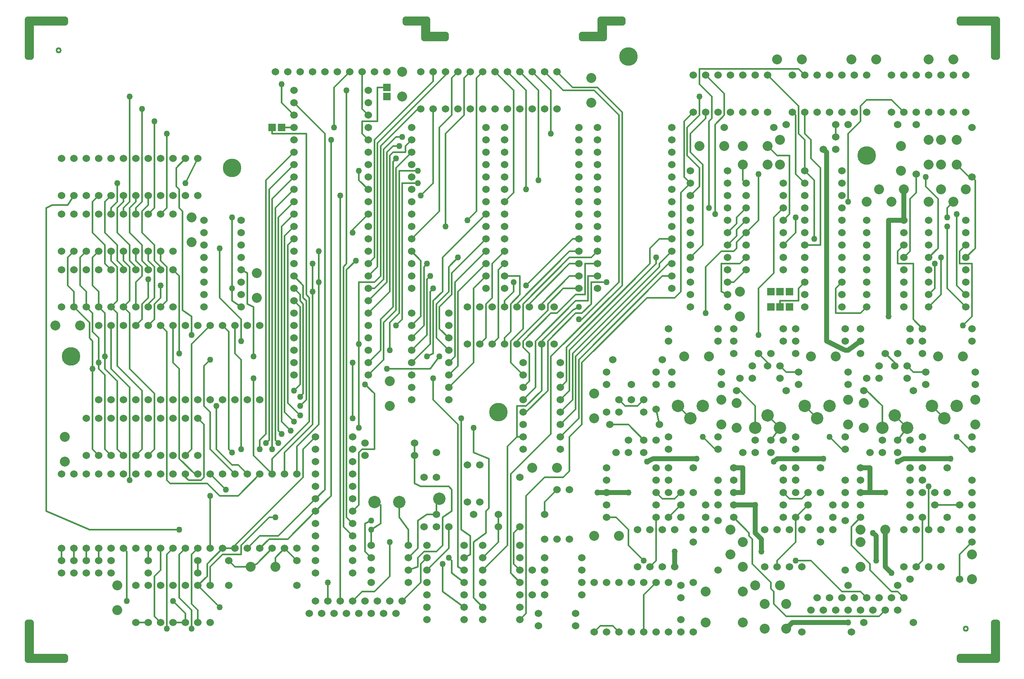
<source format=gbr>
G70*
%FSLAX55Y55*%
%ADD11C,0.01200*%
%ADD12C,0.04000*%
%ADD13C,0.05000*%
%ADD14C,0.15000*%
%ADD15C,0.08000*%
%ADD16C,0.10000*%
%ADD17C,0.06000*%
%ADD18R,0.06000X0.06000*%
%ADD19C,0.05500*%
%ADD20C,0.05000*%
%AMUSER21*
1, 1, 0.05000, 0.0, 0.0*
1, 0, 0.02000, 0.0, 0.0*%
%ADD21USER21*%
D11*
X700175Y924025D02*
X705175Y926525D01*
X717675Y939025*
X682675Y929025D02*
X687675Y924025D01*
X700175Y924025*
X727675Y939025D02*
X720175Y931525D01*
X720175Y924025*
X737675Y929025D02*
X727675Y939025D01*
X567675Y939025D02*
X567675Y929025D01*
X547675Y939025D02*
X547675Y929025D01*
X677675Y939025D02*
X687675Y939025D01*
X677675Y939025D02*
X665175Y926525D01*
X665175Y916525*
X657675Y909025*
X675175Y891525D02*
X657675Y909025D01*
X665175Y916525*
X665175Y926525*
X677675Y939025*
X687675Y939025*
X687675Y941525*
X742675Y996525*
X742675Y1019025*
X752675Y1029025*
X617675Y929025D02*
X617675Y939025D01*
X600175Y896525D02*
X600175Y936525D01*
X597675Y939025*
X657675Y999025D02*
X655175Y999025D01*
X642675Y1011525*
X642675Y1084025*
X637675Y1089025*
X637675Y1119025*
X697675Y939025D02*
X707675Y949025D01*
X722675Y949025*
X752675Y979025*
X735175Y1299025D02*
X760175Y1274025D01*
X760175Y986525*
X752675Y979025*
X587675Y1119025D02*
X587675Y1084025D01*
X602675Y1069025*
X602675Y994025*
X672675Y1054025D02*
X672675Y1019025D01*
X685175Y1006525*
X690175Y1006525*
X697675Y999025*
X717675Y999025D02*
X702675Y1014025D01*
X702675Y1076525*
X717675Y1279025D02*
X717675Y1274025D01*
X745175Y1274025*
X745175Y1144025*
X747675Y1141525*
X747675Y1041525*
X717675Y1011525*
X717675Y999025*
X755175Y1179025D02*
X755175Y1154025D01*
X617675Y1156525D02*
X617675Y1141525D01*
X612675Y1136525*
X612675Y1124025*
X607675Y1119025*
X737675Y999025D02*
X737675Y1021525D01*
X755175Y1039025*
X755175Y1179025*
X685175Y1016525D02*
X682675Y1019025D01*
X682675Y1114025*
X677675Y1119025*
X617675Y1134025D02*
X617675Y1136525D01*
X622675Y1141525*
X622675Y1166525*
X617675Y1171525*
X617675Y1179025*
X617675Y1014025D02*
X622675Y1019025D01*
X622675Y1064025*
X602675Y1084025*
X602675Y1129025*
X597675Y1134025*
X602675Y1139025*
X602675Y1166525*
X597675Y1171525*
X597675Y1179025*
X597675Y1014025D02*
X592675Y1019025D01*
X592675Y1074025*
X582675Y1084025*
X582675Y1129025*
X577675Y1134025*
X577675Y1179025D02*
X572675Y1174025D01*
X572675Y1151525*
X577675Y1146525*
X577675Y1134025*
X597675Y1014025D02*
X592675Y1019025D01*
X592675Y1074025*
X582675Y1084025*
X582675Y1094025*
X735175Y1066525D02*
X740175Y1071525D01*
X740175Y1134025*
X735175Y1139025*
X577675Y1014025D02*
X572675Y1019025D01*
X572675Y1084025*
X557675Y1134025D02*
X557675Y1146525D01*
X552675Y1151525*
X552675Y1174025*
X557675Y1179025*
X740175Y1054025D02*
X745175Y1059025D01*
X745175Y1139025*
X742675Y1141525*
X742675Y1151525*
X735175Y1159025*
X557675Y1134025D02*
X570175Y1121525D01*
X570175Y1109025*
X572675Y1106525*
X572675Y1019025*
X577675Y1014025*
X667675Y1091525D02*
X662675Y1086525D01*
X662675Y1054025*
X667675Y1049025*
X667675Y1019025*
X687675Y999025*
X627675Y1119025D02*
X632675Y1114025D01*
X632675Y994025*
X635175Y991525*
X665175Y991525*
X675175Y981525*
X690175Y981525*
X707675Y999025*
X617675Y1119025D02*
X622675Y1124025D01*
X622675Y1136525*
X627675Y1141525*
X627675Y1151525*
X750175Y1146525D02*
X750175Y1169025D01*
X750175Y1039025*
X727675Y1016525*
X727675Y999025*
X735175Y1189025D02*
X730175Y1184025D01*
X730175Y1056525*
X740175Y1046525*
X735175Y1209025D02*
X725175Y1199025D01*
X725175Y1041525*
X732675Y1034025*
X735175Y1229025D02*
X720175Y1214025D01*
X720175Y1026525*
X722675Y1024025*
X735175Y1249025D02*
X715175Y1229025D01*
X715175Y1026525*
X712675Y1024025*
X740175Y1061525D02*
X742675Y1064025D01*
X742675Y1136525*
X740175Y1139025*
X740175Y1144025*
X735175Y1149025*
X587675Y1014025D02*
X582675Y1019025D01*
X582675Y1079025*
X577675Y1084025*
X577675Y1109025*
X572675Y1114025*
X572675Y1129025*
X567675Y1134025*
X567675Y1146525*
X562675Y1151525*
X562675Y1174025*
X567675Y1179025*
X587675Y1014025D02*
X582675Y1019025D01*
X582675Y1079025*
X577675Y1084025*
X577675Y1089025*
X607675Y1014025D02*
X612675Y1019025D01*
X612675Y1066525*
X592675Y1086525*
X592675Y1129025*
X587675Y1134025*
X587675Y1179025D02*
X587675Y1171525D01*
X592675Y1166525*
X592675Y1139025*
X587675Y1134025*
X687675Y1119025D02*
X687675Y1096525D01*
X692675Y1091525*
X692675Y1019025*
X607675Y1134025D02*
X607675Y1154025D01*
X612675Y1159025*
X612675Y1166525*
X607675Y1171525*
X607675Y1179025*
X667675Y1119025D02*
X652675Y1104025D01*
X652675Y1019025*
X647675Y1014025*
X627675Y1179025D02*
X627675Y1171525D01*
X632675Y1166525*
X632675Y1139025*
X627675Y1134025*
X680175Y986525D02*
X667675Y999025D01*
X735175Y1259025D02*
X712675Y1236525D01*
X712675Y1031525*
X707675Y1026525*
X707675Y1019025*
X735175Y1239025D02*
X717675Y1221525D01*
X717675Y1019025*
X735175Y1219025D02*
X722675Y1206525D01*
X722675Y1034025*
X725175Y1031525*
X735175Y1041525D02*
X727675Y1049025D01*
X727675Y1191525*
X735175Y1199025*
X832675Y1014025D02*
X832675Y1024025D01*
X832675Y1014025D02*
X832675Y991525D01*
X837675Y989025*
X860175Y989025*
X862675Y986525*
X862675Y969025*
X855175Y964025*
X855175Y941525*
X850175Y936525*
X840175Y936525*
X835175Y931525*
X835175Y924025*
X827675Y921525*
X657675Y919025D02*
X657675Y929025D01*
X617675Y879025D02*
X607675Y879025D01*
X647675Y879025D02*
X637675Y879025D01*
X637675Y896525D02*
X647675Y886525D01*
X647675Y879025*
X557675Y939025D02*
X557675Y929025D01*
X577675Y939025D02*
X577675Y929025D01*
X647675Y999025D02*
X647675Y996525D01*
X650175Y994025*
X660175Y994025*
X662675Y996525*
X662675Y1039025*
X657675Y1044025*
X627675Y939025D02*
X627675Y921525D01*
X622675Y916525*
X622675Y884025*
X627675Y879025*
X637675Y939025D02*
X632675Y934025D01*
X632675Y874025*
X647675Y939025D02*
X642675Y934025D01*
X642675Y899025*
X652675Y889025*
X652675Y874025*
X707675Y939025D02*
X715175Y946525D01*
X730175Y946525*
X752675Y969025*
X765175Y1269025D02*
X765175Y981525D01*
X752675Y969025*
X657675Y939025D02*
X652675Y934025D01*
X652675Y894025*
X657675Y889025*
X657675Y879025*
X667675Y981525D02*
X667675Y939025D01*
X822675Y896525D02*
X837675Y911525D01*
X837675Y926525*
X842675Y931525*
X900175Y966525D02*
X900175Y956525D01*
X887675Y931525D02*
X900175Y944025D01*
X900175Y956525*
X887675Y921525D02*
X907675Y941525D01*
X907675Y1021525*
X915175Y1029025*
X915175Y1054025*
X922675Y1054025*
X935175Y1066525*
X935175Y1104025*
X935175Y1066525*
X922675Y1054025*
X915175Y1054025*
X915175Y1029025*
X920175Y1029025*
X1155175Y1189025D02*
X1155175Y1236525D01*
X1147675Y1244025*
X1100175Y1194025D02*
X1110175Y1204025D01*
X1110175Y1241525*
X1147675Y1244025D02*
X1147675Y1269025D01*
X1142675Y1274025*
X1142675Y1296525*
X1117675Y1321525*
X1155175Y1189025D02*
X1155175Y1236525D01*
X1147675Y1244025*
X692675Y1106525D02*
X692675Y1124025D01*
X675175Y1141525*
X675175Y1181525*
X935175Y1104025D02*
X935175Y1106525D01*
X960175Y1131525*
X965175Y1134025*
X1067675Y1129025D02*
X1067675Y1166525D01*
X1080175Y1179025*
X1090175Y1179025*
X1092675Y1181525*
X1092675Y1186525*
X1100175Y1194025*
X762675Y896525D02*
X762675Y911525D01*
X917675Y921525D02*
X912675Y926525D01*
X912675Y951525*
X917675Y956525*
X1055175Y1234025D02*
X1047675Y1226525D01*
X1047675Y1146525*
X1042675Y1141525*
X1020175Y1141525*
X967675Y1089025*
X967675Y1039025*
X957675Y1029025*
X957675Y1001525*
X952675Y996525*
X937675Y996525*
X922675Y981525*
X922675Y886525*
X917675Y881525*
X1057675Y1291525D02*
X1050175Y1284025D01*
X1050175Y1239025*
X1055175Y1234025*
X1137675Y1291525D02*
X1140175Y1289025D01*
X1140175Y1241525*
X1147675Y1234025*
X847675Y1294025D02*
X847675Y1234025D01*
X837675Y1224025*
X772675Y1224025D02*
X772675Y896525D01*
D12*
X1205175Y929025D02*
X1205175Y949025D01*
X1202675Y951525*
X1090175Y974025D02*
X1107675Y974025D01*
X1107675Y951525*
X1112675Y946525*
X1112675Y936525*
X1042675Y924025D02*
X1042675Y936525D01*
X1112675Y936525D02*
X1112675Y946525D01*
X1107675Y951525*
X1107675Y974025*
X1090175Y974025*
X1042675Y936525D02*
X1042675Y924025D01*
X1265175Y1011525D02*
X1227675Y1011525D01*
X1222675Y1009025*
X1090175Y974025D02*
X1107675Y974025D01*
X1122675Y1009025D02*
X1125175Y1011525D01*
X1162675Y1011525*
X1020175Y1009025D02*
X1025175Y1011525D01*
X1060175Y1011525*
X1182675Y879025D02*
X1137675Y879025D01*
X1132675Y874025*
X1192675Y984025D02*
X1200175Y984025D01*
X1200175Y1004025*
X1192675Y1004025*
X1212675Y954025D02*
X1212675Y924025D01*
X1217675Y919025*
X1090175Y1004025D02*
X1097675Y1004025D01*
X1097675Y984025*
X1090175Y984025*
X1005175Y984025D02*
X987675Y984025D01*
X980175Y984025D02*
X987675Y984025D01*
X1192675Y1106525D02*
X1182675Y1099025D01*
X1180175Y1099025*
X1165175Y1106525*
X1165175Y1259025*
X1162675Y1261525*
X1212675Y984025D02*
X1192675Y984025D01*
X1227675Y1229025D02*
X1227675Y1204025D01*
X1215175Y1126525D02*
X1215175Y1204025D01*
X1227675Y1204025*
D11*
X1172675Y1281525D02*
X1172675Y1271525D01*
X637675Y1164025D02*
X642675Y1159025D01*
X642675Y1096525*
X792675Y1071525D02*
X800175Y1064025D01*
X800175Y1019025*
X790175Y1019025*
X787675Y1016525*
X787675Y974025*
X782675Y969025*
X782675Y959025D02*
X777675Y964025D01*
X777675Y1164025*
X785175Y1171525*
X782675Y949025D02*
X775175Y956525D01*
X775175Y1166525*
X777675Y1169025*
X777675Y1309025*
X997675Y871525D02*
X992675Y876525D01*
X982675Y876525*
X977675Y871525*
X937675Y966525D02*
X937675Y976525D01*
X947675Y986525*
X820175Y976525D02*
X820175Y964025D01*
X827675Y954025*
X827675Y941525*
X797675Y931525D02*
X792675Y936525D01*
X792675Y959025*
X797675Y961525*
X797675Y954025D02*
X797675Y941525D01*
X800175Y976525D02*
X805175Y974025D01*
X805175Y959025*
X797675Y954025*
X787675Y1244025D02*
X787675Y1236525D01*
X795175Y1229025*
X782675Y1194025D02*
X782675Y1196525D01*
X795175Y1209025*
X577675Y1224025D02*
X572675Y1219025D01*
X572675Y1194025*
X582675Y1184025*
X582675Y1169025*
X587675Y1164025*
X587675Y1224025D02*
X582675Y1219025D01*
X582675Y1194025*
X592675Y1184025*
X592675Y1171525*
X597675Y1166525*
X597675Y1164025*
X597675Y1224025D02*
X597675Y1219025D01*
X592675Y1214025*
X592675Y1194025*
X602675Y1184025*
X602675Y1171525*
X607675Y1166525*
X607675Y1164025*
X617675Y1164025D02*
X617675Y1166525D01*
X612675Y1171525*
X612675Y1184025*
X602675Y1194025*
X602675Y1214025*
X607675Y1219025*
X607675Y1224025*
X627675Y1164025D02*
X627675Y1166525D01*
X622675Y1171525*
X622675Y1184025*
X612675Y1194025*
X612675Y1211525*
X617675Y1216525*
X617675Y1224025*
X657675Y1254025D02*
X647675Y1234025D01*
X592675Y1234025D02*
X592675Y1219025D01*
X587675Y1214025*
X587675Y1209025*
X597675Y1209025D02*
X597675Y1214025D01*
X602675Y1219025*
X602675Y1304025*
X607675Y1209025D02*
X607675Y1214025D01*
X612675Y1219025*
X612675Y1294025*
X622675Y1284025D02*
X622675Y1214025D01*
X617675Y1209025*
X632675Y1274025D02*
X632675Y1214025D01*
X627675Y1209025*
X647675Y1254025D02*
X640175Y1246525D01*
X640175Y1231525*
X642675Y1229025*
X642675Y1214025*
X645175Y1211525*
X645175Y1131525*
X652675Y1126525*
X652675Y1111525*
X810175Y1084025D02*
X845175Y1084025D01*
X852675Y1094025*
X847675Y1324025D02*
X847675Y1316525D01*
X800175Y1269025*
X800175Y1174025*
X795175Y1169025*
X857675Y1324025D02*
X857675Y1321525D01*
X802675Y1266525*
X802675Y1166525*
X795175Y1159025*
X830175Y1189025D02*
X852675Y1211525D01*
X852675Y1279025*
X862675Y1289025*
X862675Y1319025*
X867675Y1324025*
X877675Y1324025D02*
X872675Y1319025D01*
X872675Y1289025*
X857675Y1274025*
X857675Y1199025*
X875175Y1204025D02*
X882675Y1211525D01*
X882675Y1319025*
X887675Y1324025*
X897675Y1324025D02*
X912675Y1309025D01*
X912675Y1226525*
X905175Y1219025*
X1245175Y1239025D02*
X1245175Y1231525D01*
X1255175Y1221525*
X1255175Y1181525*
X1247675Y1174025*
X922675Y1229025D02*
X922675Y1309025D01*
X907675Y1324025*
X1277675Y1144025D02*
X1270175Y1151525D01*
X1270175Y1209025*
X932675Y1236525D02*
X932675Y1309025D01*
X917675Y1324025*
X1262675Y1199025D02*
X1262675Y1149025D01*
X1277675Y1134025*
X927675Y1324025D02*
X942675Y1309025D01*
X942675Y1274025*
X795175Y1139025D02*
X810175Y1154025D01*
X810175Y1259025*
X815175Y1264025*
X820175Y1264025*
X795175Y1129025D02*
X812675Y1146525D01*
X812675Y1256525*
X815175Y1259025*
X825175Y1259025*
X825175Y1264025*
X830175Y1269025*
X817675Y1119025D02*
X822675Y1124025D01*
X822675Y1234025*
X835175Y1234025*
X842675Y1094025D02*
X847675Y1096525D01*
X847675Y1139025*
X855175Y1146525*
X855175Y1174025*
X890175Y1209025*
X835175Y1244025D02*
X820175Y1244025D01*
X820175Y1129025*
X812675Y1121525*
X812675Y1099025*
X795175Y1089025D02*
X805175Y1099025D01*
X805175Y1124025*
X815175Y1134025*
X815175Y1251525*
X817675Y1254025*
X830175Y1259025D02*
X817675Y1246525D01*
X817675Y1131525*
X807675Y1121525*
X807675Y1091525*
X795175Y1079025*
X822675Y1271525D02*
X817675Y1271525D01*
X807675Y1261525*
X807675Y1156525*
X800175Y1149025*
X795175Y1149025*
X725175Y1279025D02*
X735175Y1279025D01*
X810175Y1311525D02*
X802675Y1311525D01*
X802675Y1284025*
X790175Y1284025*
X790175Y1274025*
X795175Y1269025*
X790175Y1324025D02*
X790175Y1294025D01*
X795175Y1289025*
X780175Y1324025D02*
X767675Y1311525D01*
X767675Y1279025*
X735175Y1289025D02*
X725175Y1299025D01*
X725175Y1314025*
X830175Y1119025D02*
X837675Y1126525D01*
X837675Y1171525*
X830175Y1179025*
X830175Y1109025D02*
X840175Y1119025D01*
X840175Y1166525*
X842675Y1169025*
X845175Y1159025D02*
X842675Y1156525D01*
X842675Y1111525*
X830175Y1099025*
X847675Y1149025D02*
X845175Y1146525D01*
X845175Y1104025*
X830175Y1089025*
X890175Y1159025D02*
X880175Y1149025D01*
X880175Y1089025*
X860175Y1069025*
X890175Y1169025D02*
X867675Y1146525D01*
X867675Y1086525*
X860175Y1079025*
X890175Y1179025D02*
X865175Y1154025D01*
X865175Y1094025*
X860175Y1089025*
X890175Y1189025D02*
X862675Y1161525D01*
X862675Y1144025*
X852675Y1134025*
X852675Y1116525*
X860175Y1109025*
X885175Y1104025D02*
X890175Y1109025D01*
X890175Y1136525*
X895175Y1141525*
X895175Y1169025*
X905175Y1179025*
X905175Y1169025D02*
X900175Y1164025D01*
X900175Y1109025*
X895175Y1104025*
X905175Y1104025D02*
X905175Y1109025D01*
X910175Y1114025*
X910175Y1136525*
X917675Y1144025*
X917675Y1159025*
X905175Y1159025*
X915175Y1104025D02*
X915175Y1106525D01*
X940175Y1131525*
X940175Y1136525*
X952675Y1149025*
X965175Y1149025*
X935175Y1134025D02*
X935175Y1136525D01*
X957675Y1159025*
X965175Y1159025*
X965175Y1169025D02*
X957675Y1169025D01*
X925175Y1136525*
X925175Y1134025*
X965175Y1179025D02*
X957675Y1179025D01*
X915175Y1136525*
X915175Y1134025*
X965175Y1189025D02*
X960175Y1189025D01*
X922675Y1151525*
X920175Y1079025D02*
X910175Y1089025D01*
X910175Y1106525*
X920175Y1116525*
X920175Y1136525*
X957675Y1174025*
X975175Y1174025*
X980175Y1179025*
X920175Y1069025D02*
X925175Y1074025D01*
X925175Y1096525*
X920175Y1101525*
X920175Y1106525*
X942675Y1129025*
X947675Y1129025*
X962675Y1144025*
X970175Y1144025*
X970175Y1169025*
X980175Y1169025*
X920175Y1059025D02*
X930175Y1069025D01*
X930175Y1106525*
X962675Y1139025*
X972675Y1139025*
X972675Y1159025*
X980175Y1159025*
X920175Y1049025D02*
X922675Y1049025D01*
X940175Y1066525*
X940175Y1106525*
X962675Y1129025*
X967675Y1129025*
X975175Y1136525*
X975175Y1154025*
X987675Y1154025*
X1040175Y1159025D02*
X1032675Y1159025D01*
X965175Y1091525*
X965175Y1044025*
X950175Y1029025*
X1040175Y1169025D02*
X1037675Y1169025D01*
X962675Y1094025*
X962675Y1051525*
X950175Y1039025*
X950175Y1049025D02*
X960175Y1059025D01*
X960175Y1096525*
X1030175Y1166525*
X1030175Y1169025*
X1040175Y1179025*
X1040175Y1189025D02*
X1030175Y1189025D01*
X1022675Y1181525*
X1022675Y1169025*
X955175Y1101525*
X955175Y1074025*
X950175Y1069025*
X1085175Y1144025D02*
X1080175Y1146525D01*
X1080175Y1169025*
X1095175Y1169025*
X1100175Y1174025*
X1100175Y1164025D02*
X1090175Y1154025D01*
X1085175Y1154025*
X1100175Y1204025D02*
X1092675Y1196525D01*
X1092675Y1191525*
X1085175Y1184025*
X1085175Y1194025D02*
X1092675Y1201525D01*
X1092675Y1206525*
X1100175Y1214025*
X1140175Y1206525D02*
X1140175Y1194025D01*
X1130175Y1184025*
X1257675Y1174025D02*
X1257675Y1144025D01*
X1247675Y1134025*
X1252675Y1169025D02*
X1252675Y1149025D01*
X1247675Y1144025*
X1177675Y1154025D02*
X1172675Y1149025D01*
X1172675Y1129025*
X1192675Y1129025*
X1197675Y1134025*
X1147675Y1184025D02*
X1160175Y1184025D01*
X1160175Y1246525*
X1152675Y1254025*
X1152675Y1269025*
X1147675Y1274025*
X1147675Y1291525*
X912675Y1154025D02*
X912675Y1146525D01*
X905175Y1139025*
X905175Y1134025*
X1127675Y1134025D02*
X1127675Y1139025D01*
X1142675Y1139025*
X1142675Y1149025*
X1147675Y1154025*
X1075175Y1209025D02*
X1075175Y1281525D01*
X1082675Y1289025*
X1082675Y1306525*
X1067675Y1321525*
X1227675Y1291525D02*
X1217675Y1301525D01*
X1197675Y1301525*
X1192675Y1296525*
X1192675Y1284025*
X1182675Y1274025*
X1182675Y1219025*
X860175Y1099025D02*
X850175Y1109025D01*
X850175Y1136525*
X860175Y1146525*
X860175Y1166525*
X867675Y1174025*
X1055175Y1174025D02*
X1065175Y1184025D01*
X1065175Y1249025*
X1055175Y1259025*
X1055175Y1274025*
X1067675Y1286525*
X1067675Y1291525*
X950175Y1059025D02*
X957675Y1066525D01*
X957675Y1099025*
X1027675Y1169025*
X1027675Y1174025*
X1147675Y1321525D02*
X1142675Y1326525D01*
X1062675Y1326525*
X1062675Y1314025*
X1072675Y1304025*
X1072675Y1286525*
X1070175Y1284025*
X1070175Y1214025*
X1062675Y1304025D02*
X1062675Y1289025D01*
X1052675Y1279025*
X1052675Y1256525*
X1062675Y1246525*
X1062675Y1231525*
X1055175Y1224025*
X1130175Y1204025D02*
X1135175Y1209025D01*
X1135175Y1256525*
X1125175Y1256525*
X1117675Y1264025*
X1110175Y1111525D02*
X1110175Y1149025D01*
X1122675Y1161525*
X1122675Y1206525*
X1130175Y1214025*
X997675Y1059025D02*
X1002675Y1054025D01*
X1012675Y1054025*
X1017675Y1059025*
X1030175Y1039025D02*
X1027675Y1051525D01*
X1017675Y1026525D02*
X1005175Y1039025D01*
X990175Y1039025*
X1077675Y1019025D02*
X1075175Y1019025D01*
X1065175Y1029025*
X1055175Y1044025D02*
X1045175Y1054025D01*
X1027675Y984025D02*
X1032675Y979025D01*
X1042675Y979025*
X1047675Y984025*
X1037675Y964025D02*
X1047675Y974025D01*
X1022675Y924025D02*
X1027675Y929025D01*
X1027675Y964025*
X987675Y964025D02*
X995175Y964025D01*
X1005175Y954025*
X1005175Y941525*
X1017675Y929025*
X1140175Y929025D02*
X1152675Y929025D01*
X1177675Y904025*
X1192675Y904025*
X1197675Y899025*
X1157675Y1044025D02*
X1147675Y1054025D01*
X1142675Y1081525D02*
X1132675Y1081525D01*
X1127675Y1086525*
X1140175Y964025D02*
X1150175Y974025D01*
X1125175Y924025D02*
X1125175Y929025D01*
X1140175Y944025*
X1140175Y964025*
X1212675Y889025D02*
X1207675Y884025D01*
X1132675Y884025*
X1122675Y894025*
X1122675Y904025*
X1120175Y906525*
X1120175Y911525*
X1105175Y926525*
X1105175Y946525*
X1102675Y949025*
X1102675Y951525*
X1090175Y964025*
X1150175Y984025D02*
X1145175Y979025D01*
X1135175Y979025*
X1130175Y984025*
X1180175Y1019025D02*
X1177675Y1019025D01*
X1167675Y1029025*
X1120175Y1026525D02*
X1127675Y1036525D01*
X1117675Y1046525*
X1117675Y1086525D02*
X1117675Y1089025D01*
X1110175Y1096525*
X1275175Y1119025D02*
X1282675Y1126525D01*
X1282675Y1169025*
X1272675Y1169025*
X1272675Y1179025*
X1277675Y1184025*
X1282675Y1239025D02*
X1280175Y1239025D01*
X1270175Y1249025*
X1277675Y1174025D02*
X1285175Y1181525D01*
X1285175Y1236525*
X1282675Y1239025*
X1237675Y1241525D02*
X1237675Y1226525D01*
X1232675Y1221525*
X1232675Y1179025*
X1227675Y1174025*
X1227675Y1184025D02*
X1222675Y1179025D01*
X1222675Y1169025*
X1235175Y1169025*
X1235175Y1124025*
X1242675Y1116525*
X1247675Y989025D02*
X1247675Y954025D01*
X1220175Y1086525D02*
X1220175Y1089025D01*
X1212675Y1096525*
X1245175Y1081525D02*
X1235175Y1081525D01*
X1230175Y1086525*
X1230175Y1036525D02*
X1222675Y1026525D01*
X1220175Y1046525D02*
X1230175Y1036525D01*
X1272675Y974025D02*
X1252675Y974025D01*
X1242675Y964025D02*
X1242675Y929025D01*
X1237675Y924025*
X1227675Y899025D02*
X1222675Y904025D01*
X1217675Y904025*
X1200175Y921525*
X1200175Y926525*
X1185175Y941525*
X1185175Y956525*
X1192675Y964025*
X1107675Y1036525D02*
X1107675Y1054025D01*
X1095175Y1066525*
X1092675Y1066525*
X1210175Y1036525D02*
X1210175Y1054025D01*
X1197675Y1066525*
X1195175Y1066525*
X1260175Y1044025D02*
X1250175Y1054025D01*
X1282675Y1019025D02*
X1280175Y1019025D01*
X1270175Y1029025*
X842675Y921525D02*
X860175Y939025D01*
X860175Y956525*
X1097675Y1249025D02*
X1097675Y1236525D01*
X1100175Y1234025*
X1267675Y1219025D02*
X1262675Y1214025D01*
X1262675Y1206525*
X685175Y1206525D02*
X685175Y1149025D01*
X787675Y1104025D02*
X787675Y1154025D01*
X800175Y1154025*
X805175Y1159025*
X805175Y1264025*
X835175Y1294025*
X837675Y1294025*
X835175Y1294025*
X805175Y1264025*
X805175Y1159025*
X800175Y1154025*
X787675Y1154025*
X787675Y1036525*
X880175Y1036525D02*
X880175Y1016525D01*
X892675Y1011525*
X892675Y971525*
X890175Y969025*
X890175Y951525*
X880175Y944025*
X880175Y899025*
X887675Y891525*
X692675Y1134025D02*
X685175Y1139025D01*
X685175Y1206525*
X720175Y964025D02*
X715175Y964025D01*
X692675Y941525*
X692675Y934025*
X677675Y934025*
X667675Y924025*
X667675Y909025*
X1272675Y914025D02*
X1272675Y934025D01*
X1282675Y944025*
X1017675Y871525D02*
X1017675Y901525D01*
X1027675Y911525*
X855175Y926525D02*
X855175Y904025D01*
X872675Y891525*
X947675Y1324025D02*
X960175Y1311525D01*
X980175Y1311525*
X1000175Y1291525*
X1000175Y1151525*
X942675Y1094025*
X942675Y1031525*
X910175Y999025*
X910175Y919025*
X917675Y911525*
X937675Y1324025D02*
X952675Y1309025D01*
X977675Y1309025*
X997675Y1289025*
X997675Y1154025*
X967675Y1124025*
X965175Y1124025*
X812675Y944025D02*
X812675Y916525D01*
X800175Y904025*
X790175Y904025*
X782675Y896525*
X872675Y931525D02*
X877675Y934025D01*
X877675Y949025*
X870175Y954025*
X870175Y1044025*
X782675Y1044025D02*
X782675Y1089025D01*
X702675Y1094025D02*
X702675Y1134025D01*
X697675Y1136525*
X697675Y1161525*
X692675Y1164025*
X847675Y1076525D02*
X847675Y1059025D01*
X867675Y1039025*
X867675Y924025*
X872675Y921525*
X557675Y1224025D02*
X552675Y1216525D01*
X540175Y1216525*
X535175Y1214025*
X535175Y969025*
X570175Y954025*
X642675Y954025*
X860175Y931525D02*
X862675Y929025D01*
X862675Y919025*
X872675Y911525*
X850175Y966525D02*
X850175Y974025D01*
X852675Y979025*
X850175Y966525D02*
X842675Y966525D01*
X835175Y961525*
X835175Y939025*
X827675Y931525*
D13*
G36*
X522675Y1336525D02*
X522675Y1364025D01*
X550175Y1364025*
X550175Y1366525*
X520175Y1366525*
X520175Y1336525*
X522675Y1336525*
G37*
X522675Y1364025*
X550175Y1364025*
X550175Y1366525*
X520175Y1366525*
X520175Y1336525*
X522675Y1336525*
G36*
X825175Y1366525D02*
X825175Y1364025D01*
X840175Y1364025*
X840175Y1351525*
X857675Y1351525*
X857675Y1354025*
X842675Y1354025*
X842675Y1366525*
X825175Y1366525*
G37*
X825175Y1364025*
X840175Y1364025*
X840175Y1351525*
X857675Y1351525*
X857675Y1354025*
X842675Y1354025*
X842675Y1366525*
X825175Y1366525*
G36*
X967675Y1351525D02*
X985175Y1351525D01*
X985175Y1364025*
X1000175Y1364025*
X1000175Y1366525*
X982675Y1366525*
X982675Y1354025*
X967675Y1354025*
X967675Y1351525*
G37*
X985175Y1351525*
X985175Y1364025*
X1000175Y1364025*
X1000175Y1366525*
X982675Y1366525*
X982675Y1354025*
X967675Y1354025*
X967675Y1351525*
G36*
X1272675Y1366525D02*
X1272675Y1364025D01*
X1300175Y1364025*
X1300175Y1336525*
X1302675Y1336525*
X1302675Y1366525*
X1272675Y1366525*
G37*
X1272675Y1364025*
X1300175Y1364025*
X1300175Y1336525*
X1302675Y1336525*
X1302675Y1366525*
X1272675Y1366525*
G36*
X1302675Y879025D02*
X1300175Y879025D01*
X1300175Y851525*
X1272675Y851525*
X1272675Y849025*
X1302675Y849025*
X1302675Y879025*
G37*
X1300175Y879025*
X1300175Y851525*
X1272675Y851525*
X1272675Y849025*
X1302675Y849025*
X1302675Y879025*
G36*
X550175Y851525D02*
X550175Y849025D01*
X520175Y849025*
X520175Y879025*
X522675Y879025*
X522675Y851525*
X550175Y851525*
G37*
X550175Y849025*
X520175Y849025*
X520175Y879025*
X522675Y879025*
X522675Y851525*
X550175Y851525*
D14*
X685175Y1246525D03*
X1005175Y1336525D03*
X1197675Y1256525D03*
X555175Y1094025D03*
X900175Y1049025D03*
D15*
X1127675Y909025D03*
X1107675Y909025D03*
X1212675Y954025D03*
X1192675Y954025D03*
X1195175Y1036525D03*
X1195175Y1056525D03*
X1097675Y944025D03*
X1097675Y924025D03*
X1092675Y1036525D03*
X1092675Y1056525D03*
X997675Y949025D03*
X977675Y949025D03*
X977675Y1044025D03*
X977675Y1064025D03*
X1132675Y894025D03*
X1132675Y874025D03*
X1282675Y934025D03*
X1282675Y914025D03*
X1285175Y1039025D03*
X1285175Y1059025D03*
X1192675Y944025D03*
X1192675Y924025D03*
X1182675Y1039025D03*
X1182675Y1059025D03*
X1087675Y954025D03*
X1087675Y934025D03*
X1080175Y1039025D03*
X1080175Y1059025D03*
X1115175Y874025D03*
X1115175Y894025D03*
X592675Y909025D03*
X592675Y889025D03*
X550175Y1029025D03*
X550175Y1009025D03*
X562675Y1119025D03*
X542675Y1119025D03*
X705175Y1161525D03*
X705175Y1141525D03*
X652675Y1206525D03*
X652675Y1186525D03*
X822675Y1324025D03*
X822675Y1304025D03*
X975175Y1299025D03*
X975175Y1319025D03*
X1125175Y1334025D03*
X1145175Y1334025D03*
X1185175Y1334025D03*
X1205175Y1334025D03*
X1247675Y1334025D03*
X1267675Y1334025D03*
X812675Y1074025D03*
X812675Y1054025D03*
X947675Y1004025D03*
X927675Y1004025D03*
D16*
X820175Y976525D03*
X800175Y976525D03*
D17*
X737675Y929025D03*
X737675Y909025D03*
X682675Y929025D03*
X682675Y909025D03*
X900175Y966525D03*
X880175Y966525D03*
D15*
X1097675Y879025D03*
X1067675Y879025D03*
X1097675Y904025D03*
X1067675Y904025D03*
D17*
X927675Y901525D03*
X927675Y921525D03*
X937675Y946525D03*
X937675Y966525D03*
D15*
X1082675Y1264025D03*
X1062675Y1264025D03*
X1117675Y1264025D03*
X1097675Y1264025D03*
X1127675Y1269025D03*
X1127675Y1249025D03*
X1050175Y1094025D03*
X1070175Y1094025D03*
D17*
X1027675Y1051525D03*
X1027675Y1071525D03*
X1007675Y1071525D03*
X987675Y1071525D03*
X1037675Y1004025D03*
X1057675Y1004025D03*
X1037675Y984025D03*
X1037675Y964025D03*
X1067675Y964025D03*
X1047675Y964025D03*
D15*
X1270175Y1249025D03*
X1270175Y1269025D03*
X1257675Y1249025D03*
X1257675Y1269025D03*
X1277675Y1229025D03*
X1257675Y1229025D03*
X1152675Y1094025D03*
X1172675Y1094025D03*
D17*
X1120175Y1096525D03*
X1140175Y1096525D03*
X1110175Y1096525D03*
X1090175Y1096525D03*
X1140175Y1004025D03*
X1160175Y1004025D03*
X1140175Y984025D03*
X1140175Y964025D03*
X1170175Y964025D03*
X1150175Y964025D03*
D15*
X1225175Y1244025D03*
X1225175Y1264025D03*
X1247675Y1249025D03*
X1247675Y1269025D03*
X1227675Y1229025D03*
X1207675Y1229025D03*
D17*
X1222675Y1096525D03*
X1242675Y1096525D03*
X1212675Y1096525D03*
X1192675Y1096525D03*
X1242675Y1004025D03*
X1262675Y1004025D03*
X1242675Y984025D03*
X1242675Y964025D03*
X1282675Y964025D03*
X1262675Y964025D03*
X1182675Y909025D03*
X1222675Y909025D03*
X1195175Y879025D03*
X1235175Y879025D03*
X1082675Y1279025D03*
X1122675Y1279025D03*
X1282675Y1279025D03*
X1282675Y1239025D03*
X1237675Y1281525D03*
X1237675Y1241525D03*
X547675Y919025D03*
X547675Y929025D03*
X557675Y919025D03*
X557675Y929025D03*
X567675Y919025D03*
X567675Y929025D03*
X577675Y919025D03*
X577675Y929025D03*
X587675Y919025D03*
X587675Y929025D03*
X1182675Y1281525D03*
X1222675Y1281525D03*
X1172675Y1281525D03*
X1132675Y1281525D03*
X792675Y1014025D03*
X832675Y1014025D03*
X617675Y919025D03*
X657675Y919025D03*
X832675Y1024025D03*
X792675Y1024025D03*
X657675Y929025D03*
X617675Y929025D03*
X977675Y911525D03*
X977675Y871525D03*
X1007675Y871525D03*
X1007675Y911525D03*
X1037675Y911525D03*
X1037675Y871525D03*
X947675Y946525D03*
X947675Y986525D03*
X957675Y986525D03*
X957675Y946525D03*
X1077675Y1116525D03*
X1037675Y1116525D03*
X1077675Y1106525D03*
X1037675Y1106525D03*
X860175Y956525D03*
X900175Y956525D03*
X987675Y911525D03*
X987675Y871525D03*
X997675Y911525D03*
X997675Y871525D03*
X1027675Y911525D03*
X1027675Y871525D03*
X1032675Y1091525D03*
X992675Y1091525D03*
X987675Y1081525D03*
X1027675Y1081525D03*
X1040175Y1081525D03*
X1080175Y1081525D03*
X1030175Y1039025D03*
X990175Y1039025D03*
X987675Y1004025D03*
X1027675Y1004025D03*
X1037675Y1029025D03*
X1077675Y1029025D03*
X1037675Y1019025D03*
X1077675Y1019025D03*
D16*
X1065175Y1054025D03*
X1055175Y1044025D03*
X1045175Y1054025D03*
D17*
X1040175Y1071525D03*
X1080175Y1071525D03*
X987675Y994025D03*
X1027675Y994025D03*
X1037675Y994025D03*
X1077675Y994025D03*
X987675Y984025D03*
X1027675Y984025D03*
X1027675Y974025D03*
X987675Y974025D03*
X1027675Y964025D03*
X987675Y964025D03*
X1180175Y1116525D03*
X1140175Y1116525D03*
X1180175Y1106525D03*
X1140175Y1106525D03*
X1130175Y1116525D03*
X1090175Y1116525D03*
X1090175Y1106525D03*
X1130175Y1106525D03*
X1142675Y1081525D03*
X1182675Y1081525D03*
X1132675Y1066525D03*
X1092675Y1066525D03*
D16*
X1107675Y1036525D03*
X1117675Y1046525D03*
X1127675Y1036525D03*
D17*
X1090175Y1004025D03*
X1130175Y1004025D03*
X1140175Y1029025D03*
X1180175Y1029025D03*
X1140175Y1019025D03*
X1180175Y1019025D03*
D16*
X1167675Y1054025D03*
X1157675Y1044025D03*
X1147675Y1054025D03*
D17*
X1142675Y1071525D03*
X1182675Y1071525D03*
X1090175Y994025D03*
X1130175Y994025D03*
X1140175Y994025D03*
X1180175Y994025D03*
X1090175Y984025D03*
X1130175Y984025D03*
X1130175Y974025D03*
X1090175Y974025D03*
X1130175Y964025D03*
X1090175Y964025D03*
X1282675Y1116525D03*
X1242675Y1116525D03*
X1282675Y1106525D03*
X1242675Y1106525D03*
X1232675Y1116525D03*
X1192675Y1116525D03*
X1192675Y1106525D03*
X1232675Y1106525D03*
X1245175Y1081525D03*
X1285175Y1081525D03*
X1235175Y1066525D03*
X1195175Y1066525D03*
D16*
X1210175Y1036525D03*
X1220175Y1046525D03*
X1230175Y1036525D03*
D17*
X1192675Y1004025D03*
X1232675Y1004025D03*
X1242675Y1029025D03*
X1282675Y1029025D03*
X1242675Y1019025D03*
X1282675Y1019025D03*
D16*
X1270175Y1054025D03*
X1260175Y1044025D03*
X1250175Y1054025D03*
D17*
X1245175Y1071525D03*
X1285175Y1071525D03*
X1192675Y994025D03*
X1232675Y994025D03*
X1242675Y994025D03*
X1282675Y994025D03*
X1192675Y984025D03*
X1232675Y984025D03*
X1232675Y974025D03*
X1192675Y974025D03*
X1232675Y964025D03*
X1192675Y964025D03*
D18*
X717675Y1279025D03*
X725175Y1279025D03*
X810175Y1311525D03*
X810175Y1304025D03*
X1135175Y1134025D03*
X1127675Y1134025D03*
X1120175Y1134025D03*
X1120175Y1146525D03*
X1127675Y1146525D03*
X1135175Y1146525D03*
D17*
X747675Y886525D03*
X752675Y896525D03*
X757675Y886525D03*
X762675Y896525D03*
X767675Y886525D03*
X772675Y896525D03*
X777675Y886525D03*
X782675Y896525D03*
X787675Y886525D03*
X792675Y896525D03*
X797675Y886525D03*
X802675Y896525D03*
X807675Y886525D03*
X812675Y896525D03*
X817675Y886525D03*
X822675Y896525D03*
D17*
X1152675Y889025D03*
X1157675Y899025D03*
X1162675Y889025D03*
X1167675Y899025D03*
X1172675Y889025D03*
X1177675Y899025D03*
X1182675Y889025D03*
X1187675Y899025D03*
X1192675Y889025D03*
X1197675Y899025D03*
X1202675Y889025D03*
X1207675Y899025D03*
X1212675Y889025D03*
X1217675Y899025D03*
X1222675Y889025D03*
X1227675Y899025D03*
D20*
X797675Y954025D03*
X797675Y961525D03*
D15*
X720175Y924025D03*
X700175Y924025D03*
X1255175Y1094025D03*
X1275175Y1094025D03*
D17*
X1017675Y1059025D03*
X1007675Y1059025D03*
X1017675Y1049025D03*
X987675Y1049025D03*
X997675Y1049025D03*
X997675Y1059025D03*
X1027675Y1026525D03*
X1017675Y1026525D03*
X1017675Y1016525D03*
X995175Y1016525D03*
X1005175Y1016525D03*
X1005175Y1026525D03*
X1067675Y974025D03*
X1077675Y974025D03*
X1077675Y984025D03*
X1057675Y984025D03*
X1047675Y984025D03*
X1047675Y974025D03*
X1067675Y954025D03*
X1057675Y954025D03*
X1057675Y944025D03*
X1127675Y1086525D03*
X1117675Y1086525D03*
X1127675Y1076525D03*
X1095175Y1076525D03*
X1105175Y1076525D03*
X1105175Y1086525D03*
X1130175Y1026525D03*
X1120175Y1026525D03*
X1120175Y1016525D03*
X1097675Y1016525D03*
X1107675Y1016525D03*
X1107675Y1026525D03*
X1170175Y974025D03*
X1180175Y974025D03*
X1180175Y984025D03*
X1160175Y984025D03*
X1150175Y984025D03*
X1150175Y974025D03*
X1170175Y954025D03*
X1160175Y954025D03*
X1160175Y944025D03*
X1230175Y1086525D03*
X1220175Y1086525D03*
X1230175Y1076525D03*
X1197675Y1076525D03*
X1207675Y1076525D03*
X1207675Y1086525D03*
X1232675Y1026525D03*
X1222675Y1026525D03*
X1222675Y1016525D03*
X1200175Y1016525D03*
X1210175Y1016525D03*
X1210175Y1026525D03*
X1272675Y974025D03*
X1282675Y974025D03*
X1282675Y984025D03*
X1262675Y984025D03*
X1252675Y984025D03*
X1252675Y974025D03*
X1282675Y944025D03*
X1282675Y954025D03*
X1272675Y954025D03*
X810175Y1324025D03*
X800175Y1324025D03*
X790175Y1324025D03*
X780175Y1324025D03*
X770175Y1324025D03*
X760175Y1324025D03*
X750175Y1324025D03*
X740175Y1324025D03*
X730175Y1324025D03*
X720175Y1324025D03*
X1162675Y1261525D03*
X1172675Y1261525D03*
X1172675Y1271525D03*
X797675Y941525D03*
X797675Y931525D03*
X797675Y921525D03*
X797675Y911525D03*
X827675Y911525D03*
X827675Y921525D03*
X827675Y931525D03*
X827675Y941525D03*
X547675Y939025D03*
X557675Y939025D03*
X567675Y939025D03*
X577675Y939025D03*
X587675Y939025D03*
X597675Y939025D03*
X607675Y939025D03*
X617675Y939025D03*
X627675Y939025D03*
X637675Y939025D03*
X647675Y939025D03*
X657675Y939025D03*
X667675Y939025D03*
X677675Y939025D03*
X687675Y939025D03*
X697675Y939025D03*
X707675Y939025D03*
X717675Y939025D03*
X727675Y939025D03*
X737675Y939025D03*
X737675Y999025D03*
X727675Y999025D03*
X717675Y999025D03*
X707675Y999025D03*
X697675Y999025D03*
X687675Y999025D03*
X677675Y999025D03*
X667675Y999025D03*
X657675Y999025D03*
X647675Y999025D03*
X637675Y999025D03*
X627675Y999025D03*
X617675Y999025D03*
X607675Y999025D03*
X597675Y999025D03*
X587675Y999025D03*
X577675Y999025D03*
X567675Y999025D03*
X557675Y999025D03*
X547675Y999025D03*
X567675Y1014025D03*
X577675Y1014025D03*
X587675Y1014025D03*
X597675Y1014025D03*
X607675Y1014025D03*
X617675Y1014025D03*
X627675Y1014025D03*
X637675Y1014025D03*
X647675Y1014025D03*
X657675Y1014025D03*
X657675Y1044025D03*
X647675Y1044025D03*
X637675Y1044025D03*
X627675Y1044025D03*
X617675Y1044025D03*
X607675Y1044025D03*
X597675Y1044025D03*
X587675Y1044025D03*
X577675Y1044025D03*
X567675Y1044025D03*
X577675Y1059025D03*
X587675Y1059025D03*
X597675Y1059025D03*
X607675Y1059025D03*
X617675Y1059025D03*
X627675Y1059025D03*
X637675Y1059025D03*
X647675Y1059025D03*
X657675Y1059025D03*
X667675Y1059025D03*
X677675Y1059025D03*
X687675Y1059025D03*
X697675Y1059025D03*
X707675Y1059025D03*
X707675Y1119025D03*
X697675Y1119025D03*
X687675Y1119025D03*
X677675Y1119025D03*
X667675Y1119025D03*
X657675Y1119025D03*
X647675Y1119025D03*
X637675Y1119025D03*
X627675Y1119025D03*
X617675Y1119025D03*
X607675Y1119025D03*
X597675Y1119025D03*
X587675Y1119025D03*
X577675Y1119025D03*
X607675Y879025D03*
X617675Y879025D03*
X627675Y879025D03*
X637675Y879025D03*
X647675Y879025D03*
X657675Y879025D03*
X667675Y879025D03*
X667675Y909025D03*
X657675Y909025D03*
X647675Y909025D03*
X637675Y909025D03*
X627675Y909025D03*
X617675Y909025D03*
X607675Y909025D03*
X937675Y931525D03*
X937675Y921525D03*
X937675Y911525D03*
X937675Y901525D03*
X967675Y901525D03*
X967675Y911525D03*
X967675Y921525D03*
X967675Y931525D03*
X752675Y1029025D03*
X752675Y1019025D03*
X752675Y1009025D03*
X752675Y999025D03*
X752675Y989025D03*
X752675Y979025D03*
X752675Y969025D03*
X752675Y959025D03*
X752675Y949025D03*
X752675Y939025D03*
X752675Y929025D03*
X752675Y919025D03*
X782675Y919025D03*
X782675Y929025D03*
X782675Y939025D03*
X782675Y949025D03*
X782675Y959025D03*
X782675Y969025D03*
X782675Y979025D03*
X782675Y989025D03*
X782675Y999025D03*
X782675Y1009025D03*
X782675Y1019025D03*
X782675Y1029025D03*
X842675Y941525D03*
X842675Y931525D03*
X842675Y921525D03*
X842675Y911525D03*
X842675Y901525D03*
X842675Y891525D03*
X842675Y881525D03*
X872675Y881525D03*
X872675Y891525D03*
X872675Y901525D03*
X872675Y911525D03*
X872675Y921525D03*
X872675Y931525D03*
X872675Y941525D03*
X887675Y941525D03*
X887675Y931525D03*
X887675Y921525D03*
X887675Y911525D03*
X887675Y901525D03*
X887675Y891525D03*
X887675Y881525D03*
X917675Y881525D03*
X917675Y891525D03*
X917675Y901525D03*
X917675Y911525D03*
X917675Y921525D03*
X917675Y931525D03*
X917675Y941525D03*
X547675Y1134025D03*
X557675Y1134025D03*
X567675Y1134025D03*
X577675Y1134025D03*
X587675Y1134025D03*
X597675Y1134025D03*
X607675Y1134025D03*
X617675Y1134025D03*
X627675Y1134025D03*
X637675Y1134025D03*
X637675Y1164025D03*
X627675Y1164025D03*
X617675Y1164025D03*
X607675Y1164025D03*
X597675Y1164025D03*
X587675Y1164025D03*
X577675Y1164025D03*
X567675Y1164025D03*
X557675Y1164025D03*
X547675Y1164025D03*
X1100175Y1234025D03*
X1100175Y1224025D03*
X1100175Y1214025D03*
X1100175Y1204025D03*
X1100175Y1194025D03*
X1100175Y1184025D03*
X1100175Y1174025D03*
X1100175Y1164025D03*
X1130175Y1164025D03*
X1130175Y1174025D03*
X1130175Y1184025D03*
X1130175Y1194025D03*
X1130175Y1204025D03*
X1130175Y1214025D03*
X1130175Y1224025D03*
X1130175Y1234025D03*
X547675Y1179025D03*
X557675Y1179025D03*
X567675Y1179025D03*
X577675Y1179025D03*
X587675Y1179025D03*
X597675Y1179025D03*
X607675Y1179025D03*
X617675Y1179025D03*
X627675Y1179025D03*
X637675Y1179025D03*
X637675Y1209025D03*
X627675Y1209025D03*
X617675Y1209025D03*
X607675Y1209025D03*
X597675Y1209025D03*
X587675Y1209025D03*
X577675Y1209025D03*
X567675Y1209025D03*
X557675Y1209025D03*
X547675Y1209025D03*
X662675Y1204025D03*
X662675Y1194025D03*
X662675Y1184025D03*
X662675Y1174025D03*
X662675Y1164025D03*
X662675Y1154025D03*
X662675Y1144025D03*
X662675Y1134025D03*
X692675Y1134025D03*
X692675Y1144025D03*
X692675Y1154025D03*
X692675Y1164025D03*
X692675Y1174025D03*
X692675Y1184025D03*
X692675Y1194025D03*
X692675Y1204025D03*
X547675Y1224025D03*
X557675Y1224025D03*
X567675Y1224025D03*
X577675Y1224025D03*
X587675Y1224025D03*
X597675Y1224025D03*
X607675Y1224025D03*
X617675Y1224025D03*
X627675Y1224025D03*
X637675Y1224025D03*
X647675Y1224025D03*
X657675Y1224025D03*
X657675Y1254025D03*
X647675Y1254025D03*
X637675Y1254025D03*
X627675Y1254025D03*
X617675Y1254025D03*
X607675Y1254025D03*
X597675Y1254025D03*
X587675Y1254025D03*
X577675Y1254025D03*
X567675Y1254025D03*
X557675Y1254025D03*
X547675Y1254025D03*
X735175Y1309025D03*
X735175Y1299025D03*
X735175Y1289025D03*
X735175Y1279025D03*
X735175Y1269025D03*
X735175Y1259025D03*
X735175Y1249025D03*
X735175Y1239025D03*
X735175Y1229025D03*
X735175Y1219025D03*
X735175Y1209025D03*
X735175Y1199025D03*
X735175Y1189025D03*
X735175Y1179025D03*
X735175Y1169025D03*
X735175Y1159025D03*
X735175Y1149025D03*
X735175Y1139025D03*
X735175Y1129025D03*
X735175Y1119025D03*
X735175Y1109025D03*
X735175Y1099025D03*
X735175Y1089025D03*
X735175Y1079025D03*
X795175Y1079025D03*
X795175Y1089025D03*
X795175Y1099025D03*
X795175Y1109025D03*
X795175Y1119025D03*
X795175Y1129025D03*
X795175Y1139025D03*
X795175Y1149025D03*
X795175Y1159025D03*
X795175Y1169025D03*
X795175Y1179025D03*
X795175Y1189025D03*
X795175Y1199025D03*
X795175Y1209025D03*
X795175Y1219025D03*
X795175Y1229025D03*
X795175Y1239025D03*
X795175Y1249025D03*
X795175Y1259025D03*
X795175Y1269025D03*
X795175Y1279025D03*
X795175Y1289025D03*
X795175Y1299025D03*
X795175Y1309025D03*
X830175Y1279025D03*
X830175Y1269025D03*
X830175Y1259025D03*
X830175Y1249025D03*
X830175Y1239025D03*
X830175Y1229025D03*
X830175Y1219025D03*
X830175Y1209025D03*
X830175Y1199025D03*
X830175Y1189025D03*
X830175Y1179025D03*
X830175Y1169025D03*
X830175Y1159025D03*
X830175Y1149025D03*
X890175Y1149025D03*
X890175Y1159025D03*
X890175Y1169025D03*
X890175Y1179025D03*
X890175Y1189025D03*
X890175Y1199025D03*
X890175Y1209025D03*
X890175Y1219025D03*
X890175Y1229025D03*
X890175Y1239025D03*
X890175Y1249025D03*
X890175Y1259025D03*
X890175Y1269025D03*
X890175Y1279025D03*
X980175Y1279025D03*
X980175Y1269025D03*
X980175Y1259025D03*
X980175Y1249025D03*
X980175Y1239025D03*
X980175Y1229025D03*
X980175Y1219025D03*
X980175Y1209025D03*
X980175Y1199025D03*
X980175Y1189025D03*
X980175Y1179025D03*
X980175Y1169025D03*
X980175Y1159025D03*
X980175Y1149025D03*
X1040175Y1149025D03*
X1040175Y1159025D03*
X1040175Y1169025D03*
X1040175Y1179025D03*
X1040175Y1189025D03*
X1040175Y1199025D03*
X1040175Y1209025D03*
X1040175Y1219025D03*
X1040175Y1229025D03*
X1040175Y1239025D03*
X1040175Y1249025D03*
X1040175Y1259025D03*
X1040175Y1269025D03*
X1040175Y1279025D03*
X830175Y1129025D03*
X830175Y1119025D03*
X830175Y1109025D03*
X830175Y1099025D03*
X830175Y1089025D03*
X830175Y1079025D03*
X830175Y1069025D03*
X830175Y1059025D03*
X860175Y1059025D03*
X860175Y1069025D03*
X860175Y1079025D03*
X860175Y1089025D03*
X860175Y1099025D03*
X860175Y1109025D03*
X860175Y1119025D03*
X860175Y1129025D03*
X875175Y1104025D03*
X885175Y1104025D03*
X895175Y1104025D03*
X905175Y1104025D03*
X915175Y1104025D03*
X925175Y1104025D03*
X935175Y1104025D03*
X945175Y1104025D03*
X945175Y1134025D03*
X935175Y1134025D03*
X925175Y1134025D03*
X915175Y1134025D03*
X905175Y1134025D03*
X895175Y1134025D03*
X885175Y1134025D03*
X875175Y1134025D03*
X920175Y1089025D03*
X920175Y1079025D03*
X920175Y1069025D03*
X920175Y1059025D03*
X920175Y1049025D03*
X920175Y1039025D03*
X920175Y1029025D03*
X920175Y1019025D03*
X950175Y1019025D03*
X950175Y1029025D03*
X950175Y1039025D03*
X950175Y1049025D03*
X950175Y1059025D03*
X950175Y1069025D03*
X950175Y1079025D03*
X950175Y1089025D03*
X1217675Y1291525D03*
X1227675Y1291525D03*
X1237675Y1291525D03*
X1247675Y1291525D03*
X1257675Y1291525D03*
X1267675Y1291525D03*
X1277675Y1291525D03*
X1277675Y1321525D03*
X1267675Y1321525D03*
X1257675Y1321525D03*
X1247675Y1321525D03*
X1237675Y1321525D03*
X1227675Y1321525D03*
X1217675Y1321525D03*
X1012675Y924025D03*
X1022675Y924025D03*
X1032675Y924025D03*
X1042675Y924025D03*
X1042675Y954025D03*
X1032675Y954025D03*
X1022675Y954025D03*
X1012675Y954025D03*
X837675Y1294025D03*
X847675Y1294025D03*
X857675Y1294025D03*
X867675Y1294025D03*
X877675Y1294025D03*
X887675Y1294025D03*
X897675Y1294025D03*
X907675Y1294025D03*
X917675Y1294025D03*
X927675Y1294025D03*
X937675Y1294025D03*
X947675Y1294025D03*
X947675Y1324025D03*
X937675Y1324025D03*
X927675Y1324025D03*
X917675Y1324025D03*
X907675Y1324025D03*
X897675Y1324025D03*
X887675Y1324025D03*
X877675Y1324025D03*
X867675Y1324025D03*
X857675Y1324025D03*
X847675Y1324025D03*
X837675Y1324025D03*
X905175Y1279025D03*
X905175Y1269025D03*
X905175Y1259025D03*
X905175Y1249025D03*
X905175Y1239025D03*
X905175Y1229025D03*
X905175Y1219025D03*
X905175Y1209025D03*
X905175Y1199025D03*
X905175Y1189025D03*
X905175Y1179025D03*
X905175Y1169025D03*
X905175Y1159025D03*
X905175Y1149025D03*
X965175Y1149025D03*
X965175Y1159025D03*
X965175Y1169025D03*
X965175Y1179025D03*
X965175Y1189025D03*
X965175Y1199025D03*
X965175Y1209025D03*
X965175Y1219025D03*
X965175Y1229025D03*
X965175Y1239025D03*
X965175Y1249025D03*
X965175Y1259025D03*
X965175Y1269025D03*
X965175Y1279025D03*
X1137675Y1291525D03*
X1147675Y1291525D03*
X1157675Y1291525D03*
X1167675Y1291525D03*
X1177675Y1291525D03*
X1187675Y1291525D03*
X1197675Y1291525D03*
X1197675Y1321525D03*
X1187675Y1321525D03*
X1177675Y1321525D03*
X1167675Y1321525D03*
X1157675Y1321525D03*
X1147675Y1321525D03*
X1137675Y1321525D03*
X1057675Y1291525D03*
X1067675Y1291525D03*
X1077675Y1291525D03*
X1087675Y1291525D03*
X1097675Y1291525D03*
X1107675Y1291525D03*
X1117675Y1291525D03*
X1117675Y1321525D03*
X1107675Y1321525D03*
X1097675Y1321525D03*
X1087675Y1321525D03*
X1077675Y1321525D03*
X1067675Y1321525D03*
X1057675Y1321525D03*
X1055175Y1244025D03*
X1055175Y1234025D03*
X1055175Y1224025D03*
X1055175Y1214025D03*
X1055175Y1204025D03*
X1055175Y1194025D03*
X1055175Y1184025D03*
X1055175Y1174025D03*
X1055175Y1164025D03*
X1055175Y1154025D03*
X1055175Y1144025D03*
X1055175Y1134025D03*
X1085175Y1134025D03*
X1085175Y1144025D03*
X1085175Y1154025D03*
X1085175Y1164025D03*
X1085175Y1174025D03*
X1085175Y1184025D03*
X1085175Y1194025D03*
X1085175Y1204025D03*
X1085175Y1214025D03*
X1085175Y1224025D03*
X1085175Y1234025D03*
X1085175Y1244025D03*
X1147675Y1244025D03*
X1147675Y1234025D03*
X1147675Y1224025D03*
X1147675Y1214025D03*
X1147675Y1204025D03*
X1147675Y1194025D03*
X1147675Y1184025D03*
X1147675Y1174025D03*
X1147675Y1164025D03*
X1147675Y1154025D03*
X1147675Y1144025D03*
X1147675Y1134025D03*
X1177675Y1134025D03*
X1177675Y1144025D03*
X1177675Y1154025D03*
X1177675Y1164025D03*
X1177675Y1174025D03*
X1177675Y1184025D03*
X1177675Y1194025D03*
X1177675Y1204025D03*
X1177675Y1214025D03*
X1177675Y1224025D03*
X1177675Y1234025D03*
X1177675Y1244025D03*
X1247675Y1204025D03*
X1247675Y1194025D03*
X1247675Y1184025D03*
X1247675Y1174025D03*
X1247675Y1164025D03*
X1247675Y1154025D03*
X1247675Y1144025D03*
X1247675Y1134025D03*
X1277675Y1134025D03*
X1277675Y1144025D03*
X1277675Y1154025D03*
X1277675Y1164025D03*
X1277675Y1174025D03*
X1277675Y1184025D03*
X1277675Y1194025D03*
X1277675Y1204025D03*
X1115175Y924025D03*
X1125175Y924025D03*
X1135175Y924025D03*
X1145175Y924025D03*
X1145175Y954025D03*
X1135175Y954025D03*
X1125175Y954025D03*
X1115175Y954025D03*
X1197675Y1204025D03*
X1197675Y1194025D03*
X1197675Y1184025D03*
X1197675Y1174025D03*
X1197675Y1164025D03*
X1197675Y1154025D03*
X1197675Y1144025D03*
X1197675Y1134025D03*
X1227675Y1134025D03*
X1227675Y1144025D03*
X1227675Y1154025D03*
X1227675Y1164025D03*
X1227675Y1174025D03*
X1227675Y1184025D03*
X1227675Y1194025D03*
X1227675Y1204025D03*
X1227675Y924025D03*
X1237675Y924025D03*
X1247675Y924025D03*
X1257675Y924025D03*
X1257675Y954025D03*
X1247675Y954025D03*
X1237675Y954025D03*
X1227675Y954025D03*
X1185175Y871525D03*
X1145175Y871525D03*
D15*
X1267675Y1219025D03*
X1247675Y1219025D03*
X1197675Y1219025D03*
X1217675Y1219025D03*
X1097675Y1249025D03*
X1117675Y1249025D03*
D17*
X1232675Y914025D03*
X1272675Y914025D03*
X1180175Y921525D03*
X1180175Y961525D03*
X1077675Y921525D03*
X1077675Y961525D03*
X850175Y996525D03*
X850175Y1016525D03*
X875175Y1006525D03*
X875175Y976525D03*
X885175Y1006525D03*
X885175Y976525D03*
X917675Y996525D03*
X917675Y956525D03*
X1017675Y911525D03*
X1017675Y871525D03*
X962675Y886525D03*
X932675Y886525D03*
X962675Y876525D03*
X932675Y876525D03*
X1057675Y911525D03*
X1057675Y871525D03*
X1047675Y871525D03*
X1047675Y881525D03*
X1047675Y909025D03*
X1047675Y899025D03*
D15*
X1095175Y1126525D03*
X1095175Y1146525D03*
D21*
X545175Y1341525D03*
X1277675Y874025D03*
D17*
X840175Y996525D03*
X840175Y956525D03*
X850175Y966525D03*
X850175Y956525D03*
D16*
X852675Y979025D03*
D20*
X675175Y891525D03*
X600175Y896525D03*
X602675Y994025D03*
X672675Y1054025D03*
X702675Y1076525D03*
X755175Y1179025D03*
X755175Y1154025D03*
X617675Y1156525D03*
X755175Y1179025D03*
X685175Y1016525D03*
X582675Y1094025D03*
X735175Y1066525D03*
X572675Y1084025D03*
X740175Y1054025D03*
X667675Y1091525D03*
X627675Y1151525D03*
X750175Y1146525D03*
X750175Y1169025D03*
X750175Y1169025D03*
X740175Y1046525D03*
X732675Y1034025D03*
X722675Y1024025D03*
X712675Y1024025D03*
X740175Y1061525D03*
X577675Y1089025D03*
X692675Y1019025D03*
X680175Y986525D03*
X707675Y1019025D03*
X717675Y1019025D03*
X725175Y1031525D03*
X735175Y1041525D03*
X637675Y896525D03*
X632675Y874025D03*
X652675Y874025D03*
X765175Y1269025D03*
X667675Y981525D03*
X1155175Y1189025D03*
X1110175Y1241525D03*
X1155175Y1189025D03*
X692675Y1106525D03*
X675175Y1181525D03*
X965175Y1134025D03*
X1067675Y1129025D03*
X762675Y911525D03*
X837675Y1224025D03*
X772675Y1224025D03*
X1205175Y929025D03*
X1202675Y951525D03*
X1112675Y936525D03*
X1042675Y936525D03*
X1112675Y936525D03*
X1042675Y936525D03*
X1265175Y1011525D03*
X1222675Y1009025D03*
X1107675Y974025D03*
X1122675Y1009025D03*
X1162675Y1011525D03*
X1020175Y1009025D03*
X1060175Y1011525D03*
X1182675Y879025D03*
X1217675Y919025D03*
X1005175Y984025D03*
X980175Y984025D03*
X1212675Y984025D03*
X1215175Y1126525D03*
X642675Y1096525D03*
X792675Y1071525D03*
X785175Y1171525D03*
X777675Y1309025D03*
X937675Y966525D03*
X787675Y1244025D03*
X782675Y1194025D03*
X647675Y1234025D03*
X592675Y1234025D03*
X602675Y1304025D03*
X612675Y1294025D03*
X622675Y1284025D03*
X632675Y1274025D03*
X652675Y1111525D03*
X810175Y1084025D03*
X852675Y1094025D03*
X857675Y1199025D03*
X875175Y1204025D03*
X1245175Y1239025D03*
X922675Y1229025D03*
X1270175Y1209025D03*
X932675Y1236525D03*
X1262675Y1199025D03*
X942675Y1274025D03*
X820175Y1264025D03*
X817675Y1119025D03*
X835175Y1234025D03*
X842675Y1094025D03*
X835175Y1244025D03*
X812675Y1099025D03*
X817675Y1254025D03*
X822675Y1271525D03*
X767675Y1279025D03*
X725175Y1314025D03*
X842675Y1169025D03*
X845175Y1159025D03*
X847675Y1149025D03*
X922675Y1151525D03*
X987675Y1154025D03*
X1140175Y1206525D03*
X1257675Y1174025D03*
X1252675Y1169025D03*
X912675Y1154025D03*
X1075175Y1209025D03*
X1182675Y1219025D03*
X867675Y1174025D03*
X1027675Y1174025D03*
X1070175Y1214025D03*
X1062675Y1304025D03*
X1110175Y1111525D03*
X1065175Y1029025D03*
X1017675Y929025D03*
X1140175Y929025D03*
X1167675Y1029025D03*
X1275175Y1119025D03*
X1247675Y989025D03*
X1270175Y1029025D03*
X1262675Y1206525D03*
X685175Y1206525D03*
X685175Y1149025D03*
X787675Y1104025D03*
X787675Y1036525D03*
X880175Y1036525D03*
X685175Y1206525D03*
X720175Y964025D03*
X855175Y926525D03*
X965175Y1124025D03*
X812675Y944025D03*
X870175Y1044025D03*
X782675Y1044025D03*
X782675Y1089025D03*
X702675Y1094025D03*
X847675Y1076525D03*
X642675Y954025D03*
X860175Y931525D03*
M02*

</source>
